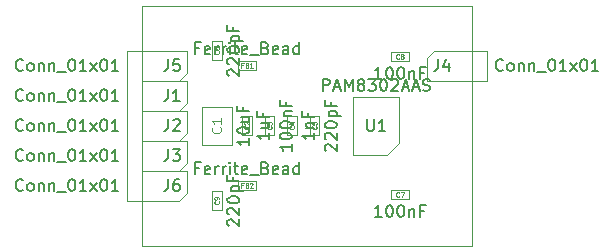
<source format=gbr>
%TF.GenerationSoftware,KiCad,Pcbnew,(5.1.9)-1*%
%TF.CreationDate,2021-05-26T17:20:17+02:00*%
%TF.ProjectId,10_Audio_Facile,31305f41-7564-4696-9f5f-466163696c65,rev?*%
%TF.SameCoordinates,Original*%
%TF.FileFunction,Other,Fab,Top*%
%FSLAX46Y46*%
G04 Gerber Fmt 4.6, Leading zero omitted, Abs format (unit mm)*
G04 Created by KiCad (PCBNEW (5.1.9)-1) date 2021-05-26 17:20:17*
%MOMM*%
%LPD*%
G01*
G04 APERTURE LIST*
%TA.AperFunction,Profile*%
%ADD10C,0.050000*%
%TD*%
%ADD11C,0.100000*%
%ADD12C,0.120000*%
%ADD13C,0.150000*%
%ADD14C,0.060000*%
G04 APERTURE END LIST*
D10*
X130810000Y-67310000D02*
X129540000Y-67310000D01*
X130810000Y-64770000D02*
X130810000Y-67310000D01*
X129540000Y-64770000D02*
X130810000Y-64770000D01*
X129540000Y-60960000D02*
X129540000Y-64770000D01*
X129540000Y-67310000D02*
X129540000Y-81280000D01*
X101600000Y-60960000D02*
X129540000Y-60960000D01*
X101600000Y-77470000D02*
X101600000Y-81280000D01*
X100330000Y-77470000D02*
X101600000Y-77470000D01*
X101600000Y-60960000D02*
X101600000Y-64770000D01*
X101600000Y-64770000D02*
X100330000Y-64770000D01*
X129540000Y-81280000D02*
X101600000Y-81280000D01*
X100330000Y-77470000D02*
X100330000Y-64770000D01*
D11*
%TO.C,C1*%
X109200000Y-69520000D02*
X109200000Y-72720000D01*
X106700000Y-69520000D02*
X109200000Y-69520000D01*
X106700000Y-72720000D02*
X106700000Y-69520000D01*
X109200000Y-72720000D02*
X106700000Y-72720000D01*
%TO.C,C2*%
X110890000Y-71920000D02*
X110090000Y-71920000D01*
X110090000Y-71920000D02*
X110090000Y-70320000D01*
X110090000Y-70320000D02*
X110890000Y-70320000D01*
X110890000Y-70320000D02*
X110890000Y-71920000D01*
%TO.C,C3*%
X112795000Y-70320000D02*
X112795000Y-71920000D01*
X111995000Y-70320000D02*
X112795000Y-70320000D01*
X111995000Y-71920000D02*
X111995000Y-70320000D01*
X112795000Y-71920000D02*
X111995000Y-71920000D01*
%TO.C,C4*%
X114700000Y-71920000D02*
X113900000Y-71920000D01*
X113900000Y-71920000D02*
X113900000Y-70320000D01*
X113900000Y-70320000D02*
X114700000Y-70320000D01*
X114700000Y-70320000D02*
X114700000Y-71920000D01*
%TO.C,C5*%
X116605000Y-70320000D02*
X116605000Y-71920000D01*
X115805000Y-70320000D02*
X116605000Y-70320000D01*
X115805000Y-71920000D02*
X115805000Y-70320000D01*
X116605000Y-71920000D02*
X115805000Y-71920000D01*
%TO.C,C6*%
X108350000Y-65570000D02*
X107550000Y-65570000D01*
X107550000Y-65570000D02*
X107550000Y-63970000D01*
X107550000Y-63970000D02*
X108350000Y-63970000D01*
X108350000Y-63970000D02*
X108350000Y-65570000D01*
%TO.C,C7*%
X122644000Y-77362000D02*
X122644000Y-76562000D01*
X122644000Y-76562000D02*
X124244000Y-76562000D01*
X124244000Y-76562000D02*
X124244000Y-77362000D01*
X124244000Y-77362000D02*
X122644000Y-77362000D01*
%TO.C,C8*%
X124244000Y-65678000D02*
X122644000Y-65678000D01*
X124244000Y-64878000D02*
X124244000Y-65678000D01*
X122644000Y-64878000D02*
X124244000Y-64878000D01*
X122644000Y-65678000D02*
X122644000Y-64878000D01*
%TO.C,C9*%
X108350000Y-76670000D02*
X108350000Y-78270000D01*
X107550000Y-76670000D02*
X108350000Y-76670000D01*
X107550000Y-78270000D02*
X107550000Y-76670000D01*
X108350000Y-78270000D02*
X107550000Y-78270000D01*
%TO.C,FB1*%
X111290000Y-65640000D02*
X111290000Y-66440000D01*
X111290000Y-66440000D02*
X109690000Y-66440000D01*
X109690000Y-66440000D02*
X109690000Y-65640000D01*
X109690000Y-65640000D02*
X111290000Y-65640000D01*
%TO.C,FB2*%
X109690000Y-75800000D02*
X111290000Y-75800000D01*
X109690000Y-76600000D02*
X109690000Y-75800000D01*
X111290000Y-76600000D02*
X109690000Y-76600000D01*
X111290000Y-75800000D02*
X111290000Y-76600000D01*
D12*
%TO.C,J1*%
X101600000Y-70485000D02*
X101600000Y-66675000D01*
D11*
X104775000Y-69850000D02*
X101600000Y-69850000D01*
X101600000Y-67310000D02*
X102870000Y-67310000D01*
X102870000Y-67310000D02*
X105410000Y-67310000D01*
X105410000Y-67310000D02*
X105410000Y-69215000D01*
X105410000Y-69215000D02*
X104775000Y-69850000D01*
%TO.C,J2*%
X105410000Y-71755000D02*
X104775000Y-72390000D01*
X105410000Y-69850000D02*
X105410000Y-71755000D01*
X102870000Y-69850000D02*
X105410000Y-69850000D01*
X101600000Y-69850000D02*
X102870000Y-69850000D01*
X104775000Y-72390000D02*
X101600000Y-72390000D01*
D12*
X101600000Y-73025000D02*
X101600000Y-69215000D01*
D11*
%TO.C,J3*%
X105410000Y-74295000D02*
X104775000Y-74930000D01*
X105410000Y-72390000D02*
X105410000Y-74295000D01*
X102870000Y-72390000D02*
X105410000Y-72390000D01*
X101600000Y-72390000D02*
X102870000Y-72390000D01*
X104775000Y-74930000D02*
X101600000Y-74930000D01*
D12*
X101600000Y-75565000D02*
X101600000Y-71755000D01*
%TO.C,J4*%
X129540000Y-64135000D02*
X129540000Y-67945000D01*
D11*
X126365000Y-64770000D02*
X129540000Y-64770000D01*
X129540000Y-67310000D02*
X128270000Y-67310000D01*
X128270000Y-67310000D02*
X125730000Y-67310000D01*
X125730000Y-67310000D02*
X125730000Y-65405000D01*
X125730000Y-65405000D02*
X126365000Y-64770000D01*
%TO.C,J5*%
X105410000Y-66675000D02*
X104775000Y-67310000D01*
X105410000Y-64770000D02*
X105410000Y-66675000D01*
X102870000Y-64770000D02*
X105410000Y-64770000D01*
X101600000Y-64770000D02*
X102870000Y-64770000D01*
X104775000Y-67310000D02*
X101600000Y-67310000D01*
D12*
X101600000Y-67945000D02*
X101600000Y-64135000D01*
%TO.C,J6*%
X101600000Y-78105000D02*
X101600000Y-74295000D01*
D11*
X104775000Y-77470000D02*
X101600000Y-77470000D01*
X101600000Y-74930000D02*
X102870000Y-74930000D01*
X102870000Y-74930000D02*
X105410000Y-74930000D01*
X105410000Y-74930000D02*
X105410000Y-76835000D01*
X105410000Y-76835000D02*
X104775000Y-77470000D01*
%TO.C,U1*%
X123362000Y-72595000D02*
X122387000Y-73570000D01*
X123362000Y-68670000D02*
X123362000Y-72595000D01*
X119462000Y-68670000D02*
X123362000Y-68670000D01*
X119462000Y-73570000D02*
X119462000Y-68670000D01*
X122387000Y-73570000D02*
X119462000Y-73570000D01*
%TD*%
%TO.C,C1*%
D13*
X110682380Y-72191428D02*
X110682380Y-72762857D01*
X110682380Y-72477142D02*
X109682380Y-72477142D01*
X109825238Y-72572380D01*
X109920476Y-72667619D01*
X109968095Y-72762857D01*
X109682380Y-71572380D02*
X109682380Y-71477142D01*
X109730000Y-71381904D01*
X109777619Y-71334285D01*
X109872857Y-71286666D01*
X110063333Y-71239047D01*
X110301428Y-71239047D01*
X110491904Y-71286666D01*
X110587142Y-71334285D01*
X110634761Y-71381904D01*
X110682380Y-71477142D01*
X110682380Y-71572380D01*
X110634761Y-71667619D01*
X110587142Y-71715238D01*
X110491904Y-71762857D01*
X110301428Y-71810476D01*
X110063333Y-71810476D01*
X109872857Y-71762857D01*
X109777619Y-71715238D01*
X109730000Y-71667619D01*
X109682380Y-71572380D01*
X110015714Y-70381904D02*
X110682380Y-70381904D01*
X110015714Y-70810476D02*
X110539523Y-70810476D01*
X110634761Y-70762857D01*
X110682380Y-70667619D01*
X110682380Y-70524761D01*
X110634761Y-70429523D01*
X110587142Y-70381904D01*
X110158571Y-69572380D02*
X110158571Y-69905714D01*
X110682380Y-69905714D02*
X109682380Y-69905714D01*
X109682380Y-69429523D01*
D12*
X108235714Y-71253333D02*
X108273809Y-71291428D01*
X108311904Y-71405714D01*
X108311904Y-71481904D01*
X108273809Y-71596190D01*
X108197619Y-71672380D01*
X108121428Y-71710476D01*
X107969047Y-71748571D01*
X107854761Y-71748571D01*
X107702380Y-71710476D01*
X107626190Y-71672380D01*
X107550000Y-71596190D01*
X107511904Y-71481904D01*
X107511904Y-71405714D01*
X107550000Y-71291428D01*
X107588095Y-71253333D01*
X108311904Y-70491428D02*
X108311904Y-70948571D01*
X108311904Y-70720000D02*
X107511904Y-70720000D01*
X107626190Y-70796190D01*
X107702380Y-70872380D01*
X107740476Y-70948571D01*
%TO.C,C2*%
D13*
X112372380Y-71715238D02*
X112372380Y-72286666D01*
X112372380Y-72000952D02*
X111372380Y-72000952D01*
X111515238Y-72096190D01*
X111610476Y-72191428D01*
X111658095Y-72286666D01*
X111705714Y-70858095D02*
X112372380Y-70858095D01*
X111705714Y-71286666D02*
X112229523Y-71286666D01*
X112324761Y-71239047D01*
X112372380Y-71143809D01*
X112372380Y-71000952D01*
X112324761Y-70905714D01*
X112277142Y-70858095D01*
X111848571Y-70048571D02*
X111848571Y-70381904D01*
X112372380Y-70381904D02*
X111372380Y-70381904D01*
X111372380Y-69905714D01*
D14*
X110632857Y-71186666D02*
X110651904Y-71205714D01*
X110670952Y-71262857D01*
X110670952Y-71300952D01*
X110651904Y-71358095D01*
X110613809Y-71396190D01*
X110575714Y-71415238D01*
X110499523Y-71434285D01*
X110442380Y-71434285D01*
X110366190Y-71415238D01*
X110328095Y-71396190D01*
X110290000Y-71358095D01*
X110270952Y-71300952D01*
X110270952Y-71262857D01*
X110290000Y-71205714D01*
X110309047Y-71186666D01*
X110309047Y-71034285D02*
X110290000Y-71015238D01*
X110270952Y-70977142D01*
X110270952Y-70881904D01*
X110290000Y-70843809D01*
X110309047Y-70824761D01*
X110347142Y-70805714D01*
X110385238Y-70805714D01*
X110442380Y-70824761D01*
X110670952Y-71053333D01*
X110670952Y-70805714D01*
%TO.C,C3*%
D13*
X114277380Y-72667619D02*
X114277380Y-73239047D01*
X114277380Y-72953333D02*
X113277380Y-72953333D01*
X113420238Y-73048571D01*
X113515476Y-73143809D01*
X113563095Y-73239047D01*
X113277380Y-72048571D02*
X113277380Y-71953333D01*
X113325000Y-71858095D01*
X113372619Y-71810476D01*
X113467857Y-71762857D01*
X113658333Y-71715238D01*
X113896428Y-71715238D01*
X114086904Y-71762857D01*
X114182142Y-71810476D01*
X114229761Y-71858095D01*
X114277380Y-71953333D01*
X114277380Y-72048571D01*
X114229761Y-72143809D01*
X114182142Y-72191428D01*
X114086904Y-72239047D01*
X113896428Y-72286666D01*
X113658333Y-72286666D01*
X113467857Y-72239047D01*
X113372619Y-72191428D01*
X113325000Y-72143809D01*
X113277380Y-72048571D01*
X113277380Y-71096190D02*
X113277380Y-71000952D01*
X113325000Y-70905714D01*
X113372619Y-70858095D01*
X113467857Y-70810476D01*
X113658333Y-70762857D01*
X113896428Y-70762857D01*
X114086904Y-70810476D01*
X114182142Y-70858095D01*
X114229761Y-70905714D01*
X114277380Y-71000952D01*
X114277380Y-71096190D01*
X114229761Y-71191428D01*
X114182142Y-71239047D01*
X114086904Y-71286666D01*
X113896428Y-71334285D01*
X113658333Y-71334285D01*
X113467857Y-71286666D01*
X113372619Y-71239047D01*
X113325000Y-71191428D01*
X113277380Y-71096190D01*
X113610714Y-70334285D02*
X114277380Y-70334285D01*
X113705952Y-70334285D02*
X113658333Y-70286666D01*
X113610714Y-70191428D01*
X113610714Y-70048571D01*
X113658333Y-69953333D01*
X113753571Y-69905714D01*
X114277380Y-69905714D01*
X113753571Y-69096190D02*
X113753571Y-69429523D01*
X114277380Y-69429523D02*
X113277380Y-69429523D01*
X113277380Y-68953333D01*
D14*
X112537857Y-71186666D02*
X112556904Y-71205714D01*
X112575952Y-71262857D01*
X112575952Y-71300952D01*
X112556904Y-71358095D01*
X112518809Y-71396190D01*
X112480714Y-71415238D01*
X112404523Y-71434285D01*
X112347380Y-71434285D01*
X112271190Y-71415238D01*
X112233095Y-71396190D01*
X112195000Y-71358095D01*
X112175952Y-71300952D01*
X112175952Y-71262857D01*
X112195000Y-71205714D01*
X112214047Y-71186666D01*
X112175952Y-71053333D02*
X112175952Y-70805714D01*
X112328333Y-70939047D01*
X112328333Y-70881904D01*
X112347380Y-70843809D01*
X112366428Y-70824761D01*
X112404523Y-70805714D01*
X112499761Y-70805714D01*
X112537857Y-70824761D01*
X112556904Y-70843809D01*
X112575952Y-70881904D01*
X112575952Y-70996190D01*
X112556904Y-71034285D01*
X112537857Y-71053333D01*
%TO.C,C4*%
D13*
X116182380Y-71715238D02*
X116182380Y-72286666D01*
X116182380Y-72000952D02*
X115182380Y-72000952D01*
X115325238Y-72096190D01*
X115420476Y-72191428D01*
X115468095Y-72286666D01*
X115515714Y-71286666D02*
X116182380Y-71286666D01*
X115610952Y-71286666D02*
X115563333Y-71239047D01*
X115515714Y-71143809D01*
X115515714Y-71000952D01*
X115563333Y-70905714D01*
X115658571Y-70858095D01*
X116182380Y-70858095D01*
X115658571Y-70048571D02*
X115658571Y-70381904D01*
X116182380Y-70381904D02*
X115182380Y-70381904D01*
X115182380Y-69905714D01*
D14*
X114442857Y-71186666D02*
X114461904Y-71205714D01*
X114480952Y-71262857D01*
X114480952Y-71300952D01*
X114461904Y-71358095D01*
X114423809Y-71396190D01*
X114385714Y-71415238D01*
X114309523Y-71434285D01*
X114252380Y-71434285D01*
X114176190Y-71415238D01*
X114138095Y-71396190D01*
X114100000Y-71358095D01*
X114080952Y-71300952D01*
X114080952Y-71262857D01*
X114100000Y-71205714D01*
X114119047Y-71186666D01*
X114214285Y-70843809D02*
X114480952Y-70843809D01*
X114061904Y-70939047D02*
X114347619Y-71034285D01*
X114347619Y-70786666D01*
%TO.C,C5*%
D13*
X117182619Y-73239047D02*
X117135000Y-73191428D01*
X117087380Y-73096190D01*
X117087380Y-72858095D01*
X117135000Y-72762857D01*
X117182619Y-72715238D01*
X117277857Y-72667619D01*
X117373095Y-72667619D01*
X117515952Y-72715238D01*
X118087380Y-73286666D01*
X118087380Y-72667619D01*
X117182619Y-72286666D02*
X117135000Y-72239047D01*
X117087380Y-72143809D01*
X117087380Y-71905714D01*
X117135000Y-71810476D01*
X117182619Y-71762857D01*
X117277857Y-71715238D01*
X117373095Y-71715238D01*
X117515952Y-71762857D01*
X118087380Y-72334285D01*
X118087380Y-71715238D01*
X117087380Y-71096190D02*
X117087380Y-71000952D01*
X117135000Y-70905714D01*
X117182619Y-70858095D01*
X117277857Y-70810476D01*
X117468333Y-70762857D01*
X117706428Y-70762857D01*
X117896904Y-70810476D01*
X117992142Y-70858095D01*
X118039761Y-70905714D01*
X118087380Y-71000952D01*
X118087380Y-71096190D01*
X118039761Y-71191428D01*
X117992142Y-71239047D01*
X117896904Y-71286666D01*
X117706428Y-71334285D01*
X117468333Y-71334285D01*
X117277857Y-71286666D01*
X117182619Y-71239047D01*
X117135000Y-71191428D01*
X117087380Y-71096190D01*
X117420714Y-70334285D02*
X118420714Y-70334285D01*
X117468333Y-70334285D02*
X117420714Y-70239047D01*
X117420714Y-70048571D01*
X117468333Y-69953333D01*
X117515952Y-69905714D01*
X117611190Y-69858095D01*
X117896904Y-69858095D01*
X117992142Y-69905714D01*
X118039761Y-69953333D01*
X118087380Y-70048571D01*
X118087380Y-70239047D01*
X118039761Y-70334285D01*
X117563571Y-69096190D02*
X117563571Y-69429523D01*
X118087380Y-69429523D02*
X117087380Y-69429523D01*
X117087380Y-68953333D01*
D14*
X116347857Y-71186666D02*
X116366904Y-71205714D01*
X116385952Y-71262857D01*
X116385952Y-71300952D01*
X116366904Y-71358095D01*
X116328809Y-71396190D01*
X116290714Y-71415238D01*
X116214523Y-71434285D01*
X116157380Y-71434285D01*
X116081190Y-71415238D01*
X116043095Y-71396190D01*
X116005000Y-71358095D01*
X115985952Y-71300952D01*
X115985952Y-71262857D01*
X116005000Y-71205714D01*
X116024047Y-71186666D01*
X115985952Y-70824761D02*
X115985952Y-71015238D01*
X116176428Y-71034285D01*
X116157380Y-71015238D01*
X116138333Y-70977142D01*
X116138333Y-70881904D01*
X116157380Y-70843809D01*
X116176428Y-70824761D01*
X116214523Y-70805714D01*
X116309761Y-70805714D01*
X116347857Y-70824761D01*
X116366904Y-70843809D01*
X116385952Y-70881904D01*
X116385952Y-70977142D01*
X116366904Y-71015238D01*
X116347857Y-71034285D01*
%TO.C,C6*%
D13*
X108927619Y-66889047D02*
X108880000Y-66841428D01*
X108832380Y-66746190D01*
X108832380Y-66508095D01*
X108880000Y-66412857D01*
X108927619Y-66365238D01*
X109022857Y-66317619D01*
X109118095Y-66317619D01*
X109260952Y-66365238D01*
X109832380Y-66936666D01*
X109832380Y-66317619D01*
X108927619Y-65936666D02*
X108880000Y-65889047D01*
X108832380Y-65793809D01*
X108832380Y-65555714D01*
X108880000Y-65460476D01*
X108927619Y-65412857D01*
X109022857Y-65365238D01*
X109118095Y-65365238D01*
X109260952Y-65412857D01*
X109832380Y-65984285D01*
X109832380Y-65365238D01*
X108832380Y-64746190D02*
X108832380Y-64650952D01*
X108880000Y-64555714D01*
X108927619Y-64508095D01*
X109022857Y-64460476D01*
X109213333Y-64412857D01*
X109451428Y-64412857D01*
X109641904Y-64460476D01*
X109737142Y-64508095D01*
X109784761Y-64555714D01*
X109832380Y-64650952D01*
X109832380Y-64746190D01*
X109784761Y-64841428D01*
X109737142Y-64889047D01*
X109641904Y-64936666D01*
X109451428Y-64984285D01*
X109213333Y-64984285D01*
X109022857Y-64936666D01*
X108927619Y-64889047D01*
X108880000Y-64841428D01*
X108832380Y-64746190D01*
X109165714Y-63984285D02*
X110165714Y-63984285D01*
X109213333Y-63984285D02*
X109165714Y-63889047D01*
X109165714Y-63698571D01*
X109213333Y-63603333D01*
X109260952Y-63555714D01*
X109356190Y-63508095D01*
X109641904Y-63508095D01*
X109737142Y-63555714D01*
X109784761Y-63603333D01*
X109832380Y-63698571D01*
X109832380Y-63889047D01*
X109784761Y-63984285D01*
X109308571Y-62746190D02*
X109308571Y-63079523D01*
X109832380Y-63079523D02*
X108832380Y-63079523D01*
X108832380Y-62603333D01*
D14*
X108092857Y-64836666D02*
X108111904Y-64855714D01*
X108130952Y-64912857D01*
X108130952Y-64950952D01*
X108111904Y-65008095D01*
X108073809Y-65046190D01*
X108035714Y-65065238D01*
X107959523Y-65084285D01*
X107902380Y-65084285D01*
X107826190Y-65065238D01*
X107788095Y-65046190D01*
X107750000Y-65008095D01*
X107730952Y-64950952D01*
X107730952Y-64912857D01*
X107750000Y-64855714D01*
X107769047Y-64836666D01*
X107730952Y-64493809D02*
X107730952Y-64570000D01*
X107750000Y-64608095D01*
X107769047Y-64627142D01*
X107826190Y-64665238D01*
X107902380Y-64684285D01*
X108054761Y-64684285D01*
X108092857Y-64665238D01*
X108111904Y-64646190D01*
X108130952Y-64608095D01*
X108130952Y-64531904D01*
X108111904Y-64493809D01*
X108092857Y-64474761D01*
X108054761Y-64455714D01*
X107959523Y-64455714D01*
X107921428Y-64474761D01*
X107902380Y-64493809D01*
X107883333Y-64531904D01*
X107883333Y-64608095D01*
X107902380Y-64646190D01*
X107921428Y-64665238D01*
X107959523Y-64684285D01*
%TO.C,C7*%
D13*
X121896380Y-78844380D02*
X121324952Y-78844380D01*
X121610666Y-78844380D02*
X121610666Y-77844380D01*
X121515428Y-77987238D01*
X121420190Y-78082476D01*
X121324952Y-78130095D01*
X122515428Y-77844380D02*
X122610666Y-77844380D01*
X122705904Y-77892000D01*
X122753523Y-77939619D01*
X122801142Y-78034857D01*
X122848761Y-78225333D01*
X122848761Y-78463428D01*
X122801142Y-78653904D01*
X122753523Y-78749142D01*
X122705904Y-78796761D01*
X122610666Y-78844380D01*
X122515428Y-78844380D01*
X122420190Y-78796761D01*
X122372571Y-78749142D01*
X122324952Y-78653904D01*
X122277333Y-78463428D01*
X122277333Y-78225333D01*
X122324952Y-78034857D01*
X122372571Y-77939619D01*
X122420190Y-77892000D01*
X122515428Y-77844380D01*
X123467809Y-77844380D02*
X123563047Y-77844380D01*
X123658285Y-77892000D01*
X123705904Y-77939619D01*
X123753523Y-78034857D01*
X123801142Y-78225333D01*
X123801142Y-78463428D01*
X123753523Y-78653904D01*
X123705904Y-78749142D01*
X123658285Y-78796761D01*
X123563047Y-78844380D01*
X123467809Y-78844380D01*
X123372571Y-78796761D01*
X123324952Y-78749142D01*
X123277333Y-78653904D01*
X123229714Y-78463428D01*
X123229714Y-78225333D01*
X123277333Y-78034857D01*
X123324952Y-77939619D01*
X123372571Y-77892000D01*
X123467809Y-77844380D01*
X124229714Y-78177714D02*
X124229714Y-78844380D01*
X124229714Y-78272952D02*
X124277333Y-78225333D01*
X124372571Y-78177714D01*
X124515428Y-78177714D01*
X124610666Y-78225333D01*
X124658285Y-78320571D01*
X124658285Y-78844380D01*
X125467809Y-78320571D02*
X125134476Y-78320571D01*
X125134476Y-78844380D02*
X125134476Y-77844380D01*
X125610666Y-77844380D01*
D14*
X123377333Y-77104857D02*
X123358285Y-77123904D01*
X123301142Y-77142952D01*
X123263047Y-77142952D01*
X123205904Y-77123904D01*
X123167809Y-77085809D01*
X123148761Y-77047714D01*
X123129714Y-76971523D01*
X123129714Y-76914380D01*
X123148761Y-76838190D01*
X123167809Y-76800095D01*
X123205904Y-76762000D01*
X123263047Y-76742952D01*
X123301142Y-76742952D01*
X123358285Y-76762000D01*
X123377333Y-76781047D01*
X123510666Y-76742952D02*
X123777333Y-76742952D01*
X123605904Y-77142952D01*
%TO.C,C8*%
D13*
X121896380Y-67160380D02*
X121324952Y-67160380D01*
X121610666Y-67160380D02*
X121610666Y-66160380D01*
X121515428Y-66303238D01*
X121420190Y-66398476D01*
X121324952Y-66446095D01*
X122515428Y-66160380D02*
X122610666Y-66160380D01*
X122705904Y-66208000D01*
X122753523Y-66255619D01*
X122801142Y-66350857D01*
X122848761Y-66541333D01*
X122848761Y-66779428D01*
X122801142Y-66969904D01*
X122753523Y-67065142D01*
X122705904Y-67112761D01*
X122610666Y-67160380D01*
X122515428Y-67160380D01*
X122420190Y-67112761D01*
X122372571Y-67065142D01*
X122324952Y-66969904D01*
X122277333Y-66779428D01*
X122277333Y-66541333D01*
X122324952Y-66350857D01*
X122372571Y-66255619D01*
X122420190Y-66208000D01*
X122515428Y-66160380D01*
X123467809Y-66160380D02*
X123563047Y-66160380D01*
X123658285Y-66208000D01*
X123705904Y-66255619D01*
X123753523Y-66350857D01*
X123801142Y-66541333D01*
X123801142Y-66779428D01*
X123753523Y-66969904D01*
X123705904Y-67065142D01*
X123658285Y-67112761D01*
X123563047Y-67160380D01*
X123467809Y-67160380D01*
X123372571Y-67112761D01*
X123324952Y-67065142D01*
X123277333Y-66969904D01*
X123229714Y-66779428D01*
X123229714Y-66541333D01*
X123277333Y-66350857D01*
X123324952Y-66255619D01*
X123372571Y-66208000D01*
X123467809Y-66160380D01*
X124229714Y-66493714D02*
X124229714Y-67160380D01*
X124229714Y-66588952D02*
X124277333Y-66541333D01*
X124372571Y-66493714D01*
X124515428Y-66493714D01*
X124610666Y-66541333D01*
X124658285Y-66636571D01*
X124658285Y-67160380D01*
X125467809Y-66636571D02*
X125134476Y-66636571D01*
X125134476Y-67160380D02*
X125134476Y-66160380D01*
X125610666Y-66160380D01*
D14*
X123377333Y-65420857D02*
X123358285Y-65439904D01*
X123301142Y-65458952D01*
X123263047Y-65458952D01*
X123205904Y-65439904D01*
X123167809Y-65401809D01*
X123148761Y-65363714D01*
X123129714Y-65287523D01*
X123129714Y-65230380D01*
X123148761Y-65154190D01*
X123167809Y-65116095D01*
X123205904Y-65078000D01*
X123263047Y-65058952D01*
X123301142Y-65058952D01*
X123358285Y-65078000D01*
X123377333Y-65097047D01*
X123605904Y-65230380D02*
X123567809Y-65211333D01*
X123548761Y-65192285D01*
X123529714Y-65154190D01*
X123529714Y-65135142D01*
X123548761Y-65097047D01*
X123567809Y-65078000D01*
X123605904Y-65058952D01*
X123682095Y-65058952D01*
X123720190Y-65078000D01*
X123739238Y-65097047D01*
X123758285Y-65135142D01*
X123758285Y-65154190D01*
X123739238Y-65192285D01*
X123720190Y-65211333D01*
X123682095Y-65230380D01*
X123605904Y-65230380D01*
X123567809Y-65249428D01*
X123548761Y-65268476D01*
X123529714Y-65306571D01*
X123529714Y-65382761D01*
X123548761Y-65420857D01*
X123567809Y-65439904D01*
X123605904Y-65458952D01*
X123682095Y-65458952D01*
X123720190Y-65439904D01*
X123739238Y-65420857D01*
X123758285Y-65382761D01*
X123758285Y-65306571D01*
X123739238Y-65268476D01*
X123720190Y-65249428D01*
X123682095Y-65230380D01*
%TO.C,C9*%
D13*
X108927619Y-79589047D02*
X108880000Y-79541428D01*
X108832380Y-79446190D01*
X108832380Y-79208095D01*
X108880000Y-79112857D01*
X108927619Y-79065238D01*
X109022857Y-79017619D01*
X109118095Y-79017619D01*
X109260952Y-79065238D01*
X109832380Y-79636666D01*
X109832380Y-79017619D01*
X108927619Y-78636666D02*
X108880000Y-78589047D01*
X108832380Y-78493809D01*
X108832380Y-78255714D01*
X108880000Y-78160476D01*
X108927619Y-78112857D01*
X109022857Y-78065238D01*
X109118095Y-78065238D01*
X109260952Y-78112857D01*
X109832380Y-78684285D01*
X109832380Y-78065238D01*
X108832380Y-77446190D02*
X108832380Y-77350952D01*
X108880000Y-77255714D01*
X108927619Y-77208095D01*
X109022857Y-77160476D01*
X109213333Y-77112857D01*
X109451428Y-77112857D01*
X109641904Y-77160476D01*
X109737142Y-77208095D01*
X109784761Y-77255714D01*
X109832380Y-77350952D01*
X109832380Y-77446190D01*
X109784761Y-77541428D01*
X109737142Y-77589047D01*
X109641904Y-77636666D01*
X109451428Y-77684285D01*
X109213333Y-77684285D01*
X109022857Y-77636666D01*
X108927619Y-77589047D01*
X108880000Y-77541428D01*
X108832380Y-77446190D01*
X109165714Y-76684285D02*
X110165714Y-76684285D01*
X109213333Y-76684285D02*
X109165714Y-76589047D01*
X109165714Y-76398571D01*
X109213333Y-76303333D01*
X109260952Y-76255714D01*
X109356190Y-76208095D01*
X109641904Y-76208095D01*
X109737142Y-76255714D01*
X109784761Y-76303333D01*
X109832380Y-76398571D01*
X109832380Y-76589047D01*
X109784761Y-76684285D01*
X109308571Y-75446190D02*
X109308571Y-75779523D01*
X109832380Y-75779523D02*
X108832380Y-75779523D01*
X108832380Y-75303333D01*
D14*
X108092857Y-77536666D02*
X108111904Y-77555714D01*
X108130952Y-77612857D01*
X108130952Y-77650952D01*
X108111904Y-77708095D01*
X108073809Y-77746190D01*
X108035714Y-77765238D01*
X107959523Y-77784285D01*
X107902380Y-77784285D01*
X107826190Y-77765238D01*
X107788095Y-77746190D01*
X107750000Y-77708095D01*
X107730952Y-77650952D01*
X107730952Y-77612857D01*
X107750000Y-77555714D01*
X107769047Y-77536666D01*
X108130952Y-77346190D02*
X108130952Y-77270000D01*
X108111904Y-77231904D01*
X108092857Y-77212857D01*
X108035714Y-77174761D01*
X107959523Y-77155714D01*
X107807142Y-77155714D01*
X107769047Y-77174761D01*
X107750000Y-77193809D01*
X107730952Y-77231904D01*
X107730952Y-77308095D01*
X107750000Y-77346190D01*
X107769047Y-77365238D01*
X107807142Y-77384285D01*
X107902380Y-77384285D01*
X107940476Y-77365238D01*
X107959523Y-77346190D01*
X107978571Y-77308095D01*
X107978571Y-77231904D01*
X107959523Y-77193809D01*
X107940476Y-77174761D01*
X107902380Y-77155714D01*
%TO.C,FB1*%
D13*
X106418571Y-64538571D02*
X106085238Y-64538571D01*
X106085238Y-65062380D02*
X106085238Y-64062380D01*
X106561428Y-64062380D01*
X107323333Y-65014761D02*
X107228095Y-65062380D01*
X107037619Y-65062380D01*
X106942380Y-65014761D01*
X106894761Y-64919523D01*
X106894761Y-64538571D01*
X106942380Y-64443333D01*
X107037619Y-64395714D01*
X107228095Y-64395714D01*
X107323333Y-64443333D01*
X107370952Y-64538571D01*
X107370952Y-64633809D01*
X106894761Y-64729047D01*
X107799523Y-65062380D02*
X107799523Y-64395714D01*
X107799523Y-64586190D02*
X107847142Y-64490952D01*
X107894761Y-64443333D01*
X107990000Y-64395714D01*
X108085238Y-64395714D01*
X108418571Y-65062380D02*
X108418571Y-64395714D01*
X108418571Y-64586190D02*
X108466190Y-64490952D01*
X108513809Y-64443333D01*
X108609047Y-64395714D01*
X108704285Y-64395714D01*
X109037619Y-65062380D02*
X109037619Y-64395714D01*
X109037619Y-64062380D02*
X108990000Y-64110000D01*
X109037619Y-64157619D01*
X109085238Y-64110000D01*
X109037619Y-64062380D01*
X109037619Y-64157619D01*
X109370952Y-64395714D02*
X109751904Y-64395714D01*
X109513809Y-64062380D02*
X109513809Y-64919523D01*
X109561428Y-65014761D01*
X109656666Y-65062380D01*
X109751904Y-65062380D01*
X110466190Y-65014761D02*
X110370952Y-65062380D01*
X110180476Y-65062380D01*
X110085238Y-65014761D01*
X110037619Y-64919523D01*
X110037619Y-64538571D01*
X110085238Y-64443333D01*
X110180476Y-64395714D01*
X110370952Y-64395714D01*
X110466190Y-64443333D01*
X110513809Y-64538571D01*
X110513809Y-64633809D01*
X110037619Y-64729047D01*
X110704285Y-65157619D02*
X111466190Y-65157619D01*
X112037619Y-64538571D02*
X112180476Y-64586190D01*
X112228095Y-64633809D01*
X112275714Y-64729047D01*
X112275714Y-64871904D01*
X112228095Y-64967142D01*
X112180476Y-65014761D01*
X112085238Y-65062380D01*
X111704285Y-65062380D01*
X111704285Y-64062380D01*
X112037619Y-64062380D01*
X112132857Y-64110000D01*
X112180476Y-64157619D01*
X112228095Y-64252857D01*
X112228095Y-64348095D01*
X112180476Y-64443333D01*
X112132857Y-64490952D01*
X112037619Y-64538571D01*
X111704285Y-64538571D01*
X113085238Y-65014761D02*
X112990000Y-65062380D01*
X112799523Y-65062380D01*
X112704285Y-65014761D01*
X112656666Y-64919523D01*
X112656666Y-64538571D01*
X112704285Y-64443333D01*
X112799523Y-64395714D01*
X112990000Y-64395714D01*
X113085238Y-64443333D01*
X113132857Y-64538571D01*
X113132857Y-64633809D01*
X112656666Y-64729047D01*
X113990000Y-65062380D02*
X113990000Y-64538571D01*
X113942380Y-64443333D01*
X113847142Y-64395714D01*
X113656666Y-64395714D01*
X113561428Y-64443333D01*
X113990000Y-65014761D02*
X113894761Y-65062380D01*
X113656666Y-65062380D01*
X113561428Y-65014761D01*
X113513809Y-64919523D01*
X113513809Y-64824285D01*
X113561428Y-64729047D01*
X113656666Y-64681428D01*
X113894761Y-64681428D01*
X113990000Y-64633809D01*
X114894761Y-65062380D02*
X114894761Y-64062380D01*
X114894761Y-65014761D02*
X114799523Y-65062380D01*
X114609047Y-65062380D01*
X114513809Y-65014761D01*
X114466190Y-64967142D01*
X114418571Y-64871904D01*
X114418571Y-64586190D01*
X114466190Y-64490952D01*
X114513809Y-64443333D01*
X114609047Y-64395714D01*
X114799523Y-64395714D01*
X114894761Y-64443333D01*
D14*
X110156666Y-66011428D02*
X110023333Y-66011428D01*
X110023333Y-66220952D02*
X110023333Y-65820952D01*
X110213809Y-65820952D01*
X110499523Y-66011428D02*
X110556666Y-66030476D01*
X110575714Y-66049523D01*
X110594761Y-66087619D01*
X110594761Y-66144761D01*
X110575714Y-66182857D01*
X110556666Y-66201904D01*
X110518571Y-66220952D01*
X110366190Y-66220952D01*
X110366190Y-65820952D01*
X110499523Y-65820952D01*
X110537619Y-65840000D01*
X110556666Y-65859047D01*
X110575714Y-65897142D01*
X110575714Y-65935238D01*
X110556666Y-65973333D01*
X110537619Y-65992380D01*
X110499523Y-66011428D01*
X110366190Y-66011428D01*
X110975714Y-66220952D02*
X110747142Y-66220952D01*
X110861428Y-66220952D02*
X110861428Y-65820952D01*
X110823333Y-65878095D01*
X110785238Y-65916190D01*
X110747142Y-65935238D01*
%TO.C,FB2*%
D13*
X106418571Y-74698571D02*
X106085238Y-74698571D01*
X106085238Y-75222380D02*
X106085238Y-74222380D01*
X106561428Y-74222380D01*
X107323333Y-75174761D02*
X107228095Y-75222380D01*
X107037619Y-75222380D01*
X106942380Y-75174761D01*
X106894761Y-75079523D01*
X106894761Y-74698571D01*
X106942380Y-74603333D01*
X107037619Y-74555714D01*
X107228095Y-74555714D01*
X107323333Y-74603333D01*
X107370952Y-74698571D01*
X107370952Y-74793809D01*
X106894761Y-74889047D01*
X107799523Y-75222380D02*
X107799523Y-74555714D01*
X107799523Y-74746190D02*
X107847142Y-74650952D01*
X107894761Y-74603333D01*
X107990000Y-74555714D01*
X108085238Y-74555714D01*
X108418571Y-75222380D02*
X108418571Y-74555714D01*
X108418571Y-74746190D02*
X108466190Y-74650952D01*
X108513809Y-74603333D01*
X108609047Y-74555714D01*
X108704285Y-74555714D01*
X109037619Y-75222380D02*
X109037619Y-74555714D01*
X109037619Y-74222380D02*
X108990000Y-74270000D01*
X109037619Y-74317619D01*
X109085238Y-74270000D01*
X109037619Y-74222380D01*
X109037619Y-74317619D01*
X109370952Y-74555714D02*
X109751904Y-74555714D01*
X109513809Y-74222380D02*
X109513809Y-75079523D01*
X109561428Y-75174761D01*
X109656666Y-75222380D01*
X109751904Y-75222380D01*
X110466190Y-75174761D02*
X110370952Y-75222380D01*
X110180476Y-75222380D01*
X110085238Y-75174761D01*
X110037619Y-75079523D01*
X110037619Y-74698571D01*
X110085238Y-74603333D01*
X110180476Y-74555714D01*
X110370952Y-74555714D01*
X110466190Y-74603333D01*
X110513809Y-74698571D01*
X110513809Y-74793809D01*
X110037619Y-74889047D01*
X110704285Y-75317619D02*
X111466190Y-75317619D01*
X112037619Y-74698571D02*
X112180476Y-74746190D01*
X112228095Y-74793809D01*
X112275714Y-74889047D01*
X112275714Y-75031904D01*
X112228095Y-75127142D01*
X112180476Y-75174761D01*
X112085238Y-75222380D01*
X111704285Y-75222380D01*
X111704285Y-74222380D01*
X112037619Y-74222380D01*
X112132857Y-74270000D01*
X112180476Y-74317619D01*
X112228095Y-74412857D01*
X112228095Y-74508095D01*
X112180476Y-74603333D01*
X112132857Y-74650952D01*
X112037619Y-74698571D01*
X111704285Y-74698571D01*
X113085238Y-75174761D02*
X112990000Y-75222380D01*
X112799523Y-75222380D01*
X112704285Y-75174761D01*
X112656666Y-75079523D01*
X112656666Y-74698571D01*
X112704285Y-74603333D01*
X112799523Y-74555714D01*
X112990000Y-74555714D01*
X113085238Y-74603333D01*
X113132857Y-74698571D01*
X113132857Y-74793809D01*
X112656666Y-74889047D01*
X113990000Y-75222380D02*
X113990000Y-74698571D01*
X113942380Y-74603333D01*
X113847142Y-74555714D01*
X113656666Y-74555714D01*
X113561428Y-74603333D01*
X113990000Y-75174761D02*
X113894761Y-75222380D01*
X113656666Y-75222380D01*
X113561428Y-75174761D01*
X113513809Y-75079523D01*
X113513809Y-74984285D01*
X113561428Y-74889047D01*
X113656666Y-74841428D01*
X113894761Y-74841428D01*
X113990000Y-74793809D01*
X114894761Y-75222380D02*
X114894761Y-74222380D01*
X114894761Y-75174761D02*
X114799523Y-75222380D01*
X114609047Y-75222380D01*
X114513809Y-75174761D01*
X114466190Y-75127142D01*
X114418571Y-75031904D01*
X114418571Y-74746190D01*
X114466190Y-74650952D01*
X114513809Y-74603333D01*
X114609047Y-74555714D01*
X114799523Y-74555714D01*
X114894761Y-74603333D01*
D14*
X110156666Y-76171428D02*
X110023333Y-76171428D01*
X110023333Y-76380952D02*
X110023333Y-75980952D01*
X110213809Y-75980952D01*
X110499523Y-76171428D02*
X110556666Y-76190476D01*
X110575714Y-76209523D01*
X110594761Y-76247619D01*
X110594761Y-76304761D01*
X110575714Y-76342857D01*
X110556666Y-76361904D01*
X110518571Y-76380952D01*
X110366190Y-76380952D01*
X110366190Y-75980952D01*
X110499523Y-75980952D01*
X110537619Y-76000000D01*
X110556666Y-76019047D01*
X110575714Y-76057142D01*
X110575714Y-76095238D01*
X110556666Y-76133333D01*
X110537619Y-76152380D01*
X110499523Y-76171428D01*
X110366190Y-76171428D01*
X110747142Y-76019047D02*
X110766190Y-76000000D01*
X110804285Y-75980952D01*
X110899523Y-75980952D01*
X110937619Y-76000000D01*
X110956666Y-76019047D01*
X110975714Y-76057142D01*
X110975714Y-76095238D01*
X110956666Y-76152380D01*
X110728095Y-76380952D01*
X110975714Y-76380952D01*
%TO.C,J1*%
D13*
X91511904Y-68937142D02*
X91464285Y-68984761D01*
X91321428Y-69032380D01*
X91226190Y-69032380D01*
X91083333Y-68984761D01*
X90988095Y-68889523D01*
X90940476Y-68794285D01*
X90892857Y-68603809D01*
X90892857Y-68460952D01*
X90940476Y-68270476D01*
X90988095Y-68175238D01*
X91083333Y-68080000D01*
X91226190Y-68032380D01*
X91321428Y-68032380D01*
X91464285Y-68080000D01*
X91511904Y-68127619D01*
X92083333Y-69032380D02*
X91988095Y-68984761D01*
X91940476Y-68937142D01*
X91892857Y-68841904D01*
X91892857Y-68556190D01*
X91940476Y-68460952D01*
X91988095Y-68413333D01*
X92083333Y-68365714D01*
X92226190Y-68365714D01*
X92321428Y-68413333D01*
X92369047Y-68460952D01*
X92416666Y-68556190D01*
X92416666Y-68841904D01*
X92369047Y-68937142D01*
X92321428Y-68984761D01*
X92226190Y-69032380D01*
X92083333Y-69032380D01*
X92845238Y-68365714D02*
X92845238Y-69032380D01*
X92845238Y-68460952D02*
X92892857Y-68413333D01*
X92988095Y-68365714D01*
X93130952Y-68365714D01*
X93226190Y-68413333D01*
X93273809Y-68508571D01*
X93273809Y-69032380D01*
X93750000Y-68365714D02*
X93750000Y-69032380D01*
X93750000Y-68460952D02*
X93797619Y-68413333D01*
X93892857Y-68365714D01*
X94035714Y-68365714D01*
X94130952Y-68413333D01*
X94178571Y-68508571D01*
X94178571Y-69032380D01*
X94416666Y-69127619D02*
X95178571Y-69127619D01*
X95607142Y-68032380D02*
X95702380Y-68032380D01*
X95797619Y-68080000D01*
X95845238Y-68127619D01*
X95892857Y-68222857D01*
X95940476Y-68413333D01*
X95940476Y-68651428D01*
X95892857Y-68841904D01*
X95845238Y-68937142D01*
X95797619Y-68984761D01*
X95702380Y-69032380D01*
X95607142Y-69032380D01*
X95511904Y-68984761D01*
X95464285Y-68937142D01*
X95416666Y-68841904D01*
X95369047Y-68651428D01*
X95369047Y-68413333D01*
X95416666Y-68222857D01*
X95464285Y-68127619D01*
X95511904Y-68080000D01*
X95607142Y-68032380D01*
X96892857Y-69032380D02*
X96321428Y-69032380D01*
X96607142Y-69032380D02*
X96607142Y-68032380D01*
X96511904Y-68175238D01*
X96416666Y-68270476D01*
X96321428Y-68318095D01*
X97226190Y-69032380D02*
X97750000Y-68365714D01*
X97226190Y-68365714D02*
X97750000Y-69032380D01*
X98321428Y-68032380D02*
X98416666Y-68032380D01*
X98511904Y-68080000D01*
X98559523Y-68127619D01*
X98607142Y-68222857D01*
X98654761Y-68413333D01*
X98654761Y-68651428D01*
X98607142Y-68841904D01*
X98559523Y-68937142D01*
X98511904Y-68984761D01*
X98416666Y-69032380D01*
X98321428Y-69032380D01*
X98226190Y-68984761D01*
X98178571Y-68937142D01*
X98130952Y-68841904D01*
X98083333Y-68651428D01*
X98083333Y-68413333D01*
X98130952Y-68222857D01*
X98178571Y-68127619D01*
X98226190Y-68080000D01*
X98321428Y-68032380D01*
X99607142Y-69032380D02*
X99035714Y-69032380D01*
X99321428Y-69032380D02*
X99321428Y-68032380D01*
X99226190Y-68175238D01*
X99130952Y-68270476D01*
X99035714Y-68318095D01*
X103806666Y-68032380D02*
X103806666Y-68746666D01*
X103759047Y-68889523D01*
X103663809Y-68984761D01*
X103520952Y-69032380D01*
X103425714Y-69032380D01*
X104806666Y-69032380D02*
X104235238Y-69032380D01*
X104520952Y-69032380D02*
X104520952Y-68032380D01*
X104425714Y-68175238D01*
X104330476Y-68270476D01*
X104235238Y-68318095D01*
%TO.C,J2*%
X91511904Y-71477142D02*
X91464285Y-71524761D01*
X91321428Y-71572380D01*
X91226190Y-71572380D01*
X91083333Y-71524761D01*
X90988095Y-71429523D01*
X90940476Y-71334285D01*
X90892857Y-71143809D01*
X90892857Y-71000952D01*
X90940476Y-70810476D01*
X90988095Y-70715238D01*
X91083333Y-70620000D01*
X91226190Y-70572380D01*
X91321428Y-70572380D01*
X91464285Y-70620000D01*
X91511904Y-70667619D01*
X92083333Y-71572380D02*
X91988095Y-71524761D01*
X91940476Y-71477142D01*
X91892857Y-71381904D01*
X91892857Y-71096190D01*
X91940476Y-71000952D01*
X91988095Y-70953333D01*
X92083333Y-70905714D01*
X92226190Y-70905714D01*
X92321428Y-70953333D01*
X92369047Y-71000952D01*
X92416666Y-71096190D01*
X92416666Y-71381904D01*
X92369047Y-71477142D01*
X92321428Y-71524761D01*
X92226190Y-71572380D01*
X92083333Y-71572380D01*
X92845238Y-70905714D02*
X92845238Y-71572380D01*
X92845238Y-71000952D02*
X92892857Y-70953333D01*
X92988095Y-70905714D01*
X93130952Y-70905714D01*
X93226190Y-70953333D01*
X93273809Y-71048571D01*
X93273809Y-71572380D01*
X93750000Y-70905714D02*
X93750000Y-71572380D01*
X93750000Y-71000952D02*
X93797619Y-70953333D01*
X93892857Y-70905714D01*
X94035714Y-70905714D01*
X94130952Y-70953333D01*
X94178571Y-71048571D01*
X94178571Y-71572380D01*
X94416666Y-71667619D02*
X95178571Y-71667619D01*
X95607142Y-70572380D02*
X95702380Y-70572380D01*
X95797619Y-70620000D01*
X95845238Y-70667619D01*
X95892857Y-70762857D01*
X95940476Y-70953333D01*
X95940476Y-71191428D01*
X95892857Y-71381904D01*
X95845238Y-71477142D01*
X95797619Y-71524761D01*
X95702380Y-71572380D01*
X95607142Y-71572380D01*
X95511904Y-71524761D01*
X95464285Y-71477142D01*
X95416666Y-71381904D01*
X95369047Y-71191428D01*
X95369047Y-70953333D01*
X95416666Y-70762857D01*
X95464285Y-70667619D01*
X95511904Y-70620000D01*
X95607142Y-70572380D01*
X96892857Y-71572380D02*
X96321428Y-71572380D01*
X96607142Y-71572380D02*
X96607142Y-70572380D01*
X96511904Y-70715238D01*
X96416666Y-70810476D01*
X96321428Y-70858095D01*
X97226190Y-71572380D02*
X97750000Y-70905714D01*
X97226190Y-70905714D02*
X97750000Y-71572380D01*
X98321428Y-70572380D02*
X98416666Y-70572380D01*
X98511904Y-70620000D01*
X98559523Y-70667619D01*
X98607142Y-70762857D01*
X98654761Y-70953333D01*
X98654761Y-71191428D01*
X98607142Y-71381904D01*
X98559523Y-71477142D01*
X98511904Y-71524761D01*
X98416666Y-71572380D01*
X98321428Y-71572380D01*
X98226190Y-71524761D01*
X98178571Y-71477142D01*
X98130952Y-71381904D01*
X98083333Y-71191428D01*
X98083333Y-70953333D01*
X98130952Y-70762857D01*
X98178571Y-70667619D01*
X98226190Y-70620000D01*
X98321428Y-70572380D01*
X99607142Y-71572380D02*
X99035714Y-71572380D01*
X99321428Y-71572380D02*
X99321428Y-70572380D01*
X99226190Y-70715238D01*
X99130952Y-70810476D01*
X99035714Y-70858095D01*
X103806666Y-70572380D02*
X103806666Y-71286666D01*
X103759047Y-71429523D01*
X103663809Y-71524761D01*
X103520952Y-71572380D01*
X103425714Y-71572380D01*
X104235238Y-70667619D02*
X104282857Y-70620000D01*
X104378095Y-70572380D01*
X104616190Y-70572380D01*
X104711428Y-70620000D01*
X104759047Y-70667619D01*
X104806666Y-70762857D01*
X104806666Y-70858095D01*
X104759047Y-71000952D01*
X104187619Y-71572380D01*
X104806666Y-71572380D01*
%TO.C,J3*%
X91511904Y-74017142D02*
X91464285Y-74064761D01*
X91321428Y-74112380D01*
X91226190Y-74112380D01*
X91083333Y-74064761D01*
X90988095Y-73969523D01*
X90940476Y-73874285D01*
X90892857Y-73683809D01*
X90892857Y-73540952D01*
X90940476Y-73350476D01*
X90988095Y-73255238D01*
X91083333Y-73160000D01*
X91226190Y-73112380D01*
X91321428Y-73112380D01*
X91464285Y-73160000D01*
X91511904Y-73207619D01*
X92083333Y-74112380D02*
X91988095Y-74064761D01*
X91940476Y-74017142D01*
X91892857Y-73921904D01*
X91892857Y-73636190D01*
X91940476Y-73540952D01*
X91988095Y-73493333D01*
X92083333Y-73445714D01*
X92226190Y-73445714D01*
X92321428Y-73493333D01*
X92369047Y-73540952D01*
X92416666Y-73636190D01*
X92416666Y-73921904D01*
X92369047Y-74017142D01*
X92321428Y-74064761D01*
X92226190Y-74112380D01*
X92083333Y-74112380D01*
X92845238Y-73445714D02*
X92845238Y-74112380D01*
X92845238Y-73540952D02*
X92892857Y-73493333D01*
X92988095Y-73445714D01*
X93130952Y-73445714D01*
X93226190Y-73493333D01*
X93273809Y-73588571D01*
X93273809Y-74112380D01*
X93750000Y-73445714D02*
X93750000Y-74112380D01*
X93750000Y-73540952D02*
X93797619Y-73493333D01*
X93892857Y-73445714D01*
X94035714Y-73445714D01*
X94130952Y-73493333D01*
X94178571Y-73588571D01*
X94178571Y-74112380D01*
X94416666Y-74207619D02*
X95178571Y-74207619D01*
X95607142Y-73112380D02*
X95702380Y-73112380D01*
X95797619Y-73160000D01*
X95845238Y-73207619D01*
X95892857Y-73302857D01*
X95940476Y-73493333D01*
X95940476Y-73731428D01*
X95892857Y-73921904D01*
X95845238Y-74017142D01*
X95797619Y-74064761D01*
X95702380Y-74112380D01*
X95607142Y-74112380D01*
X95511904Y-74064761D01*
X95464285Y-74017142D01*
X95416666Y-73921904D01*
X95369047Y-73731428D01*
X95369047Y-73493333D01*
X95416666Y-73302857D01*
X95464285Y-73207619D01*
X95511904Y-73160000D01*
X95607142Y-73112380D01*
X96892857Y-74112380D02*
X96321428Y-74112380D01*
X96607142Y-74112380D02*
X96607142Y-73112380D01*
X96511904Y-73255238D01*
X96416666Y-73350476D01*
X96321428Y-73398095D01*
X97226190Y-74112380D02*
X97750000Y-73445714D01*
X97226190Y-73445714D02*
X97750000Y-74112380D01*
X98321428Y-73112380D02*
X98416666Y-73112380D01*
X98511904Y-73160000D01*
X98559523Y-73207619D01*
X98607142Y-73302857D01*
X98654761Y-73493333D01*
X98654761Y-73731428D01*
X98607142Y-73921904D01*
X98559523Y-74017142D01*
X98511904Y-74064761D01*
X98416666Y-74112380D01*
X98321428Y-74112380D01*
X98226190Y-74064761D01*
X98178571Y-74017142D01*
X98130952Y-73921904D01*
X98083333Y-73731428D01*
X98083333Y-73493333D01*
X98130952Y-73302857D01*
X98178571Y-73207619D01*
X98226190Y-73160000D01*
X98321428Y-73112380D01*
X99607142Y-74112380D02*
X99035714Y-74112380D01*
X99321428Y-74112380D02*
X99321428Y-73112380D01*
X99226190Y-73255238D01*
X99130952Y-73350476D01*
X99035714Y-73398095D01*
X103806666Y-73112380D02*
X103806666Y-73826666D01*
X103759047Y-73969523D01*
X103663809Y-74064761D01*
X103520952Y-74112380D01*
X103425714Y-74112380D01*
X104187619Y-73112380D02*
X104806666Y-73112380D01*
X104473333Y-73493333D01*
X104616190Y-73493333D01*
X104711428Y-73540952D01*
X104759047Y-73588571D01*
X104806666Y-73683809D01*
X104806666Y-73921904D01*
X104759047Y-74017142D01*
X104711428Y-74064761D01*
X104616190Y-74112380D01*
X104330476Y-74112380D01*
X104235238Y-74064761D01*
X104187619Y-74017142D01*
%TO.C,J4*%
X132151904Y-66397142D02*
X132104285Y-66444761D01*
X131961428Y-66492380D01*
X131866190Y-66492380D01*
X131723333Y-66444761D01*
X131628095Y-66349523D01*
X131580476Y-66254285D01*
X131532857Y-66063809D01*
X131532857Y-65920952D01*
X131580476Y-65730476D01*
X131628095Y-65635238D01*
X131723333Y-65540000D01*
X131866190Y-65492380D01*
X131961428Y-65492380D01*
X132104285Y-65540000D01*
X132151904Y-65587619D01*
X132723333Y-66492380D02*
X132628095Y-66444761D01*
X132580476Y-66397142D01*
X132532857Y-66301904D01*
X132532857Y-66016190D01*
X132580476Y-65920952D01*
X132628095Y-65873333D01*
X132723333Y-65825714D01*
X132866190Y-65825714D01*
X132961428Y-65873333D01*
X133009047Y-65920952D01*
X133056666Y-66016190D01*
X133056666Y-66301904D01*
X133009047Y-66397142D01*
X132961428Y-66444761D01*
X132866190Y-66492380D01*
X132723333Y-66492380D01*
X133485238Y-65825714D02*
X133485238Y-66492380D01*
X133485238Y-65920952D02*
X133532857Y-65873333D01*
X133628095Y-65825714D01*
X133770952Y-65825714D01*
X133866190Y-65873333D01*
X133913809Y-65968571D01*
X133913809Y-66492380D01*
X134390000Y-65825714D02*
X134390000Y-66492380D01*
X134390000Y-65920952D02*
X134437619Y-65873333D01*
X134532857Y-65825714D01*
X134675714Y-65825714D01*
X134770952Y-65873333D01*
X134818571Y-65968571D01*
X134818571Y-66492380D01*
X135056666Y-66587619D02*
X135818571Y-66587619D01*
X136247142Y-65492380D02*
X136342380Y-65492380D01*
X136437619Y-65540000D01*
X136485238Y-65587619D01*
X136532857Y-65682857D01*
X136580476Y-65873333D01*
X136580476Y-66111428D01*
X136532857Y-66301904D01*
X136485238Y-66397142D01*
X136437619Y-66444761D01*
X136342380Y-66492380D01*
X136247142Y-66492380D01*
X136151904Y-66444761D01*
X136104285Y-66397142D01*
X136056666Y-66301904D01*
X136009047Y-66111428D01*
X136009047Y-65873333D01*
X136056666Y-65682857D01*
X136104285Y-65587619D01*
X136151904Y-65540000D01*
X136247142Y-65492380D01*
X137532857Y-66492380D02*
X136961428Y-66492380D01*
X137247142Y-66492380D02*
X137247142Y-65492380D01*
X137151904Y-65635238D01*
X137056666Y-65730476D01*
X136961428Y-65778095D01*
X137866190Y-66492380D02*
X138390000Y-65825714D01*
X137866190Y-65825714D02*
X138390000Y-66492380D01*
X138961428Y-65492380D02*
X139056666Y-65492380D01*
X139151904Y-65540000D01*
X139199523Y-65587619D01*
X139247142Y-65682857D01*
X139294761Y-65873333D01*
X139294761Y-66111428D01*
X139247142Y-66301904D01*
X139199523Y-66397142D01*
X139151904Y-66444761D01*
X139056666Y-66492380D01*
X138961428Y-66492380D01*
X138866190Y-66444761D01*
X138818571Y-66397142D01*
X138770952Y-66301904D01*
X138723333Y-66111428D01*
X138723333Y-65873333D01*
X138770952Y-65682857D01*
X138818571Y-65587619D01*
X138866190Y-65540000D01*
X138961428Y-65492380D01*
X140247142Y-66492380D02*
X139675714Y-66492380D01*
X139961428Y-66492380D02*
X139961428Y-65492380D01*
X139866190Y-65635238D01*
X139770952Y-65730476D01*
X139675714Y-65778095D01*
X126666666Y-65492380D02*
X126666666Y-66206666D01*
X126619047Y-66349523D01*
X126523809Y-66444761D01*
X126380952Y-66492380D01*
X126285714Y-66492380D01*
X127571428Y-65825714D02*
X127571428Y-66492380D01*
X127333333Y-65444761D02*
X127095238Y-66159047D01*
X127714285Y-66159047D01*
%TO.C,J5*%
X91511904Y-66397142D02*
X91464285Y-66444761D01*
X91321428Y-66492380D01*
X91226190Y-66492380D01*
X91083333Y-66444761D01*
X90988095Y-66349523D01*
X90940476Y-66254285D01*
X90892857Y-66063809D01*
X90892857Y-65920952D01*
X90940476Y-65730476D01*
X90988095Y-65635238D01*
X91083333Y-65540000D01*
X91226190Y-65492380D01*
X91321428Y-65492380D01*
X91464285Y-65540000D01*
X91511904Y-65587619D01*
X92083333Y-66492380D02*
X91988095Y-66444761D01*
X91940476Y-66397142D01*
X91892857Y-66301904D01*
X91892857Y-66016190D01*
X91940476Y-65920952D01*
X91988095Y-65873333D01*
X92083333Y-65825714D01*
X92226190Y-65825714D01*
X92321428Y-65873333D01*
X92369047Y-65920952D01*
X92416666Y-66016190D01*
X92416666Y-66301904D01*
X92369047Y-66397142D01*
X92321428Y-66444761D01*
X92226190Y-66492380D01*
X92083333Y-66492380D01*
X92845238Y-65825714D02*
X92845238Y-66492380D01*
X92845238Y-65920952D02*
X92892857Y-65873333D01*
X92988095Y-65825714D01*
X93130952Y-65825714D01*
X93226190Y-65873333D01*
X93273809Y-65968571D01*
X93273809Y-66492380D01*
X93750000Y-65825714D02*
X93750000Y-66492380D01*
X93750000Y-65920952D02*
X93797619Y-65873333D01*
X93892857Y-65825714D01*
X94035714Y-65825714D01*
X94130952Y-65873333D01*
X94178571Y-65968571D01*
X94178571Y-66492380D01*
X94416666Y-66587619D02*
X95178571Y-66587619D01*
X95607142Y-65492380D02*
X95702380Y-65492380D01*
X95797619Y-65540000D01*
X95845238Y-65587619D01*
X95892857Y-65682857D01*
X95940476Y-65873333D01*
X95940476Y-66111428D01*
X95892857Y-66301904D01*
X95845238Y-66397142D01*
X95797619Y-66444761D01*
X95702380Y-66492380D01*
X95607142Y-66492380D01*
X95511904Y-66444761D01*
X95464285Y-66397142D01*
X95416666Y-66301904D01*
X95369047Y-66111428D01*
X95369047Y-65873333D01*
X95416666Y-65682857D01*
X95464285Y-65587619D01*
X95511904Y-65540000D01*
X95607142Y-65492380D01*
X96892857Y-66492380D02*
X96321428Y-66492380D01*
X96607142Y-66492380D02*
X96607142Y-65492380D01*
X96511904Y-65635238D01*
X96416666Y-65730476D01*
X96321428Y-65778095D01*
X97226190Y-66492380D02*
X97750000Y-65825714D01*
X97226190Y-65825714D02*
X97750000Y-66492380D01*
X98321428Y-65492380D02*
X98416666Y-65492380D01*
X98511904Y-65540000D01*
X98559523Y-65587619D01*
X98607142Y-65682857D01*
X98654761Y-65873333D01*
X98654761Y-66111428D01*
X98607142Y-66301904D01*
X98559523Y-66397142D01*
X98511904Y-66444761D01*
X98416666Y-66492380D01*
X98321428Y-66492380D01*
X98226190Y-66444761D01*
X98178571Y-66397142D01*
X98130952Y-66301904D01*
X98083333Y-66111428D01*
X98083333Y-65873333D01*
X98130952Y-65682857D01*
X98178571Y-65587619D01*
X98226190Y-65540000D01*
X98321428Y-65492380D01*
X99607142Y-66492380D02*
X99035714Y-66492380D01*
X99321428Y-66492380D02*
X99321428Y-65492380D01*
X99226190Y-65635238D01*
X99130952Y-65730476D01*
X99035714Y-65778095D01*
X103806666Y-65492380D02*
X103806666Y-66206666D01*
X103759047Y-66349523D01*
X103663809Y-66444761D01*
X103520952Y-66492380D01*
X103425714Y-66492380D01*
X104759047Y-65492380D02*
X104282857Y-65492380D01*
X104235238Y-65968571D01*
X104282857Y-65920952D01*
X104378095Y-65873333D01*
X104616190Y-65873333D01*
X104711428Y-65920952D01*
X104759047Y-65968571D01*
X104806666Y-66063809D01*
X104806666Y-66301904D01*
X104759047Y-66397142D01*
X104711428Y-66444761D01*
X104616190Y-66492380D01*
X104378095Y-66492380D01*
X104282857Y-66444761D01*
X104235238Y-66397142D01*
%TO.C,J6*%
X91511904Y-76557142D02*
X91464285Y-76604761D01*
X91321428Y-76652380D01*
X91226190Y-76652380D01*
X91083333Y-76604761D01*
X90988095Y-76509523D01*
X90940476Y-76414285D01*
X90892857Y-76223809D01*
X90892857Y-76080952D01*
X90940476Y-75890476D01*
X90988095Y-75795238D01*
X91083333Y-75700000D01*
X91226190Y-75652380D01*
X91321428Y-75652380D01*
X91464285Y-75700000D01*
X91511904Y-75747619D01*
X92083333Y-76652380D02*
X91988095Y-76604761D01*
X91940476Y-76557142D01*
X91892857Y-76461904D01*
X91892857Y-76176190D01*
X91940476Y-76080952D01*
X91988095Y-76033333D01*
X92083333Y-75985714D01*
X92226190Y-75985714D01*
X92321428Y-76033333D01*
X92369047Y-76080952D01*
X92416666Y-76176190D01*
X92416666Y-76461904D01*
X92369047Y-76557142D01*
X92321428Y-76604761D01*
X92226190Y-76652380D01*
X92083333Y-76652380D01*
X92845238Y-75985714D02*
X92845238Y-76652380D01*
X92845238Y-76080952D02*
X92892857Y-76033333D01*
X92988095Y-75985714D01*
X93130952Y-75985714D01*
X93226190Y-76033333D01*
X93273809Y-76128571D01*
X93273809Y-76652380D01*
X93750000Y-75985714D02*
X93750000Y-76652380D01*
X93750000Y-76080952D02*
X93797619Y-76033333D01*
X93892857Y-75985714D01*
X94035714Y-75985714D01*
X94130952Y-76033333D01*
X94178571Y-76128571D01*
X94178571Y-76652380D01*
X94416666Y-76747619D02*
X95178571Y-76747619D01*
X95607142Y-75652380D02*
X95702380Y-75652380D01*
X95797619Y-75700000D01*
X95845238Y-75747619D01*
X95892857Y-75842857D01*
X95940476Y-76033333D01*
X95940476Y-76271428D01*
X95892857Y-76461904D01*
X95845238Y-76557142D01*
X95797619Y-76604761D01*
X95702380Y-76652380D01*
X95607142Y-76652380D01*
X95511904Y-76604761D01*
X95464285Y-76557142D01*
X95416666Y-76461904D01*
X95369047Y-76271428D01*
X95369047Y-76033333D01*
X95416666Y-75842857D01*
X95464285Y-75747619D01*
X95511904Y-75700000D01*
X95607142Y-75652380D01*
X96892857Y-76652380D02*
X96321428Y-76652380D01*
X96607142Y-76652380D02*
X96607142Y-75652380D01*
X96511904Y-75795238D01*
X96416666Y-75890476D01*
X96321428Y-75938095D01*
X97226190Y-76652380D02*
X97750000Y-75985714D01*
X97226190Y-75985714D02*
X97750000Y-76652380D01*
X98321428Y-75652380D02*
X98416666Y-75652380D01*
X98511904Y-75700000D01*
X98559523Y-75747619D01*
X98607142Y-75842857D01*
X98654761Y-76033333D01*
X98654761Y-76271428D01*
X98607142Y-76461904D01*
X98559523Y-76557142D01*
X98511904Y-76604761D01*
X98416666Y-76652380D01*
X98321428Y-76652380D01*
X98226190Y-76604761D01*
X98178571Y-76557142D01*
X98130952Y-76461904D01*
X98083333Y-76271428D01*
X98083333Y-76033333D01*
X98130952Y-75842857D01*
X98178571Y-75747619D01*
X98226190Y-75700000D01*
X98321428Y-75652380D01*
X99607142Y-76652380D02*
X99035714Y-76652380D01*
X99321428Y-76652380D02*
X99321428Y-75652380D01*
X99226190Y-75795238D01*
X99130952Y-75890476D01*
X99035714Y-75938095D01*
X103806666Y-75652380D02*
X103806666Y-76366666D01*
X103759047Y-76509523D01*
X103663809Y-76604761D01*
X103520952Y-76652380D01*
X103425714Y-76652380D01*
X104711428Y-75652380D02*
X104520952Y-75652380D01*
X104425714Y-75700000D01*
X104378095Y-75747619D01*
X104282857Y-75890476D01*
X104235238Y-76080952D01*
X104235238Y-76461904D01*
X104282857Y-76557142D01*
X104330476Y-76604761D01*
X104425714Y-76652380D01*
X104616190Y-76652380D01*
X104711428Y-76604761D01*
X104759047Y-76557142D01*
X104806666Y-76461904D01*
X104806666Y-76223809D01*
X104759047Y-76128571D01*
X104711428Y-76080952D01*
X104616190Y-76033333D01*
X104425714Y-76033333D01*
X104330476Y-76080952D01*
X104282857Y-76128571D01*
X104235238Y-76223809D01*
%TO.C,U1*%
X116912000Y-68172380D02*
X116912000Y-67172380D01*
X117292952Y-67172380D01*
X117388190Y-67220000D01*
X117435809Y-67267619D01*
X117483428Y-67362857D01*
X117483428Y-67505714D01*
X117435809Y-67600952D01*
X117388190Y-67648571D01*
X117292952Y-67696190D01*
X116912000Y-67696190D01*
X117864380Y-67886666D02*
X118340571Y-67886666D01*
X117769142Y-68172380D02*
X118102476Y-67172380D01*
X118435809Y-68172380D01*
X118769142Y-68172380D02*
X118769142Y-67172380D01*
X119102476Y-67886666D01*
X119435809Y-67172380D01*
X119435809Y-68172380D01*
X120054857Y-67600952D02*
X119959619Y-67553333D01*
X119912000Y-67505714D01*
X119864380Y-67410476D01*
X119864380Y-67362857D01*
X119912000Y-67267619D01*
X119959619Y-67220000D01*
X120054857Y-67172380D01*
X120245333Y-67172380D01*
X120340571Y-67220000D01*
X120388190Y-67267619D01*
X120435809Y-67362857D01*
X120435809Y-67410476D01*
X120388190Y-67505714D01*
X120340571Y-67553333D01*
X120245333Y-67600952D01*
X120054857Y-67600952D01*
X119959619Y-67648571D01*
X119912000Y-67696190D01*
X119864380Y-67791428D01*
X119864380Y-67981904D01*
X119912000Y-68077142D01*
X119959619Y-68124761D01*
X120054857Y-68172380D01*
X120245333Y-68172380D01*
X120340571Y-68124761D01*
X120388190Y-68077142D01*
X120435809Y-67981904D01*
X120435809Y-67791428D01*
X120388190Y-67696190D01*
X120340571Y-67648571D01*
X120245333Y-67600952D01*
X120769142Y-67172380D02*
X121388190Y-67172380D01*
X121054857Y-67553333D01*
X121197714Y-67553333D01*
X121292952Y-67600952D01*
X121340571Y-67648571D01*
X121388190Y-67743809D01*
X121388190Y-67981904D01*
X121340571Y-68077142D01*
X121292952Y-68124761D01*
X121197714Y-68172380D01*
X120912000Y-68172380D01*
X120816761Y-68124761D01*
X120769142Y-68077142D01*
X122007238Y-67172380D02*
X122102476Y-67172380D01*
X122197714Y-67220000D01*
X122245333Y-67267619D01*
X122292952Y-67362857D01*
X122340571Y-67553333D01*
X122340571Y-67791428D01*
X122292952Y-67981904D01*
X122245333Y-68077142D01*
X122197714Y-68124761D01*
X122102476Y-68172380D01*
X122007238Y-68172380D01*
X121912000Y-68124761D01*
X121864380Y-68077142D01*
X121816761Y-67981904D01*
X121769142Y-67791428D01*
X121769142Y-67553333D01*
X121816761Y-67362857D01*
X121864380Y-67267619D01*
X121912000Y-67220000D01*
X122007238Y-67172380D01*
X122721523Y-67267619D02*
X122769142Y-67220000D01*
X122864380Y-67172380D01*
X123102476Y-67172380D01*
X123197714Y-67220000D01*
X123245333Y-67267619D01*
X123292952Y-67362857D01*
X123292952Y-67458095D01*
X123245333Y-67600952D01*
X122673904Y-68172380D01*
X123292952Y-68172380D01*
X123673904Y-67886666D02*
X124150095Y-67886666D01*
X123578666Y-68172380D02*
X123912000Y-67172380D01*
X124245333Y-68172380D01*
X124531047Y-67886666D02*
X125007238Y-67886666D01*
X124435809Y-68172380D02*
X124769142Y-67172380D01*
X125102476Y-68172380D01*
X125388190Y-68124761D02*
X125531047Y-68172380D01*
X125769142Y-68172380D01*
X125864380Y-68124761D01*
X125912000Y-68077142D01*
X125959619Y-67981904D01*
X125959619Y-67886666D01*
X125912000Y-67791428D01*
X125864380Y-67743809D01*
X125769142Y-67696190D01*
X125578666Y-67648571D01*
X125483428Y-67600952D01*
X125435809Y-67553333D01*
X125388190Y-67458095D01*
X125388190Y-67362857D01*
X125435809Y-67267619D01*
X125483428Y-67220000D01*
X125578666Y-67172380D01*
X125816761Y-67172380D01*
X125959619Y-67220000D01*
X120665333Y-70583333D02*
X120665333Y-71376666D01*
X120712000Y-71470000D01*
X120758666Y-71516666D01*
X120852000Y-71563333D01*
X121038666Y-71563333D01*
X121132000Y-71516666D01*
X121178666Y-71470000D01*
X121225333Y-71376666D01*
X121225333Y-70583333D01*
X122205333Y-71563333D02*
X121645333Y-71563333D01*
X121925333Y-71563333D02*
X121925333Y-70583333D01*
X121832000Y-70723333D01*
X121738666Y-70816666D01*
X121645333Y-70863333D01*
%TD*%
M02*

</source>
